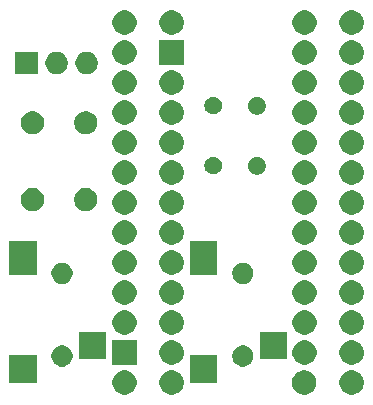
<source format=gbr>
G04 #@! TF.GenerationSoftware,KiCad,Pcbnew,(5.1.5-0-10_14)*
G04 #@! TF.CreationDate,2020-05-24T23:38:13-07:00*
G04 #@! TF.ProjectId,prost-pcb,70726f73-742d-4706-9362-2e6b69636164,0.1.0*
G04 #@! TF.SameCoordinates,Original*
G04 #@! TF.FileFunction,Soldermask,Bot*
G04 #@! TF.FilePolarity,Negative*
%FSLAX46Y46*%
G04 Gerber Fmt 4.6, Leading zero omitted, Abs format (unit mm)*
G04 Created by KiCad (PCBNEW (5.1.5-0-10_14)) date 2020-05-24 23:38:13*
%MOMM*%
%LPD*%
G04 APERTURE LIST*
%ADD10C,0.100000*%
G04 APERTURE END LIST*
D10*
G36*
X161923765Y-116238620D02*
G01*
X162113288Y-116317123D01*
X162283854Y-116431092D01*
X162428908Y-116576146D01*
X162542877Y-116746712D01*
X162621380Y-116936235D01*
X162661400Y-117137431D01*
X162661400Y-117342569D01*
X162621380Y-117543765D01*
X162542877Y-117733288D01*
X162428908Y-117903854D01*
X162283854Y-118048908D01*
X162113288Y-118162877D01*
X162113287Y-118162878D01*
X162113286Y-118162878D01*
X161923765Y-118241380D01*
X161722570Y-118281400D01*
X161517430Y-118281400D01*
X161316235Y-118241380D01*
X161126714Y-118162878D01*
X161126713Y-118162878D01*
X161126712Y-118162877D01*
X160956146Y-118048908D01*
X160811092Y-117903854D01*
X160697123Y-117733288D01*
X160618620Y-117543765D01*
X160578600Y-117342569D01*
X160578600Y-117137431D01*
X160618620Y-116936235D01*
X160697123Y-116746712D01*
X160811092Y-116576146D01*
X160956146Y-116431092D01*
X161126712Y-116317123D01*
X161316235Y-116238620D01*
X161517430Y-116198600D01*
X161722570Y-116198600D01*
X161923765Y-116238620D01*
G37*
G36*
X157903765Y-116238620D02*
G01*
X158093288Y-116317123D01*
X158263854Y-116431092D01*
X158408908Y-116576146D01*
X158522877Y-116746712D01*
X158601380Y-116936235D01*
X158641400Y-117137431D01*
X158641400Y-117342569D01*
X158601380Y-117543765D01*
X158522877Y-117733288D01*
X158408908Y-117903854D01*
X158263854Y-118048908D01*
X158093288Y-118162877D01*
X158093287Y-118162878D01*
X158093286Y-118162878D01*
X157903765Y-118241380D01*
X157702570Y-118281400D01*
X157497430Y-118281400D01*
X157296235Y-118241380D01*
X157106714Y-118162878D01*
X157106713Y-118162878D01*
X157106712Y-118162877D01*
X156936146Y-118048908D01*
X156791092Y-117903854D01*
X156677123Y-117733288D01*
X156598620Y-117543765D01*
X156558600Y-117342569D01*
X156558600Y-117137431D01*
X156598620Y-116936235D01*
X156677123Y-116746712D01*
X156791092Y-116576146D01*
X156936146Y-116431092D01*
X157106712Y-116317123D01*
X157296235Y-116238620D01*
X157497430Y-116198600D01*
X157702570Y-116198600D01*
X157903765Y-116238620D01*
G37*
G36*
X146683765Y-116238620D02*
G01*
X146873288Y-116317123D01*
X147043854Y-116431092D01*
X147188908Y-116576146D01*
X147302877Y-116746712D01*
X147381380Y-116936235D01*
X147421400Y-117137431D01*
X147421400Y-117342569D01*
X147381380Y-117543765D01*
X147302877Y-117733288D01*
X147188908Y-117903854D01*
X147043854Y-118048908D01*
X146873288Y-118162877D01*
X146873287Y-118162878D01*
X146873286Y-118162878D01*
X146683765Y-118241380D01*
X146482570Y-118281400D01*
X146277430Y-118281400D01*
X146076235Y-118241380D01*
X145886714Y-118162878D01*
X145886713Y-118162878D01*
X145886712Y-118162877D01*
X145716146Y-118048908D01*
X145571092Y-117903854D01*
X145457123Y-117733288D01*
X145378620Y-117543765D01*
X145338600Y-117342569D01*
X145338600Y-117137431D01*
X145378620Y-116936235D01*
X145457123Y-116746712D01*
X145571092Y-116576146D01*
X145716146Y-116431092D01*
X145886712Y-116317123D01*
X146076235Y-116238620D01*
X146277430Y-116198600D01*
X146482570Y-116198600D01*
X146683765Y-116238620D01*
G37*
G36*
X142683765Y-116238620D02*
G01*
X142873288Y-116317123D01*
X143043854Y-116431092D01*
X143188908Y-116576146D01*
X143302877Y-116746712D01*
X143381380Y-116936235D01*
X143421400Y-117137431D01*
X143421400Y-117342569D01*
X143381380Y-117543765D01*
X143302877Y-117733288D01*
X143188908Y-117903854D01*
X143043854Y-118048908D01*
X142873288Y-118162877D01*
X142873287Y-118162878D01*
X142873286Y-118162878D01*
X142683765Y-118241380D01*
X142482570Y-118281400D01*
X142277430Y-118281400D01*
X142076235Y-118241380D01*
X141886714Y-118162878D01*
X141886713Y-118162878D01*
X141886712Y-118162877D01*
X141716146Y-118048908D01*
X141571092Y-117903854D01*
X141457123Y-117733288D01*
X141378620Y-117543765D01*
X141338600Y-117342569D01*
X141338600Y-117137431D01*
X141378620Y-116936235D01*
X141457123Y-116746712D01*
X141571092Y-116576146D01*
X141716146Y-116431092D01*
X141886712Y-116317123D01*
X142076235Y-116238620D01*
X142277430Y-116198600D01*
X142482570Y-116198600D01*
X142683765Y-116238620D01*
G37*
G36*
X150250800Y-117250800D02*
G01*
X147949200Y-117250800D01*
X147949200Y-114949200D01*
X150250800Y-114949200D01*
X150250800Y-117250800D01*
G37*
G36*
X134950800Y-117250800D02*
G01*
X132649200Y-117250800D01*
X132649200Y-114949200D01*
X134950800Y-114949200D01*
X134950800Y-117250800D01*
G37*
G36*
X152546732Y-114110739D02*
G01*
X152662754Y-114133817D01*
X152826689Y-114201721D01*
X152974227Y-114300303D01*
X153099697Y-114425773D01*
X153198279Y-114573311D01*
X153266183Y-114737246D01*
X153300800Y-114911279D01*
X153300800Y-115088721D01*
X153266183Y-115262754D01*
X153198279Y-115426689D01*
X153099697Y-115574227D01*
X152974227Y-115699697D01*
X152826689Y-115798279D01*
X152662754Y-115866183D01*
X152546732Y-115889261D01*
X152488722Y-115900800D01*
X152311278Y-115900800D01*
X152253268Y-115889261D01*
X152137246Y-115866183D01*
X151973311Y-115798279D01*
X151825773Y-115699697D01*
X151700303Y-115574227D01*
X151601721Y-115426689D01*
X151533817Y-115262754D01*
X151499200Y-115088721D01*
X151499200Y-114911279D01*
X151533817Y-114737246D01*
X151601721Y-114573311D01*
X151700303Y-114425773D01*
X151825773Y-114300303D01*
X151973311Y-114201721D01*
X152137246Y-114133817D01*
X152253268Y-114110739D01*
X152311278Y-114099200D01*
X152488722Y-114099200D01*
X152546732Y-114110739D01*
G37*
G36*
X137246732Y-114110739D02*
G01*
X137362754Y-114133817D01*
X137526689Y-114201721D01*
X137674227Y-114300303D01*
X137799697Y-114425773D01*
X137898279Y-114573311D01*
X137966183Y-114737246D01*
X138000800Y-114911279D01*
X138000800Y-115088721D01*
X137966183Y-115262754D01*
X137898279Y-115426689D01*
X137799697Y-115574227D01*
X137674227Y-115699697D01*
X137526689Y-115798279D01*
X137362754Y-115866183D01*
X137246732Y-115889261D01*
X137188722Y-115900800D01*
X137011278Y-115900800D01*
X136953268Y-115889261D01*
X136837246Y-115866183D01*
X136673311Y-115798279D01*
X136525773Y-115699697D01*
X136400303Y-115574227D01*
X136301721Y-115426689D01*
X136233817Y-115262754D01*
X136199200Y-115088721D01*
X136199200Y-114911279D01*
X136233817Y-114737246D01*
X136301721Y-114573311D01*
X136400303Y-114425773D01*
X136525773Y-114300303D01*
X136673311Y-114201721D01*
X136837246Y-114133817D01*
X136953268Y-114110739D01*
X137011278Y-114099200D01*
X137188722Y-114099200D01*
X137246732Y-114110739D01*
G37*
G36*
X161923765Y-113698620D02*
G01*
X162113288Y-113777123D01*
X162283854Y-113891092D01*
X162428908Y-114036146D01*
X162428909Y-114036148D01*
X162542878Y-114206714D01*
X162621380Y-114396235D01*
X162661400Y-114597430D01*
X162661400Y-114802570D01*
X162632234Y-114949200D01*
X162621380Y-115003765D01*
X162542877Y-115193288D01*
X162428908Y-115363854D01*
X162283854Y-115508908D01*
X162113288Y-115622877D01*
X162113287Y-115622878D01*
X162113286Y-115622878D01*
X161923765Y-115701380D01*
X161722570Y-115741400D01*
X161517430Y-115741400D01*
X161316235Y-115701380D01*
X161126714Y-115622878D01*
X161126713Y-115622878D01*
X161126712Y-115622877D01*
X160956146Y-115508908D01*
X160811092Y-115363854D01*
X160697123Y-115193288D01*
X160618620Y-115003765D01*
X160607766Y-114949200D01*
X160578600Y-114802570D01*
X160578600Y-114597430D01*
X160618620Y-114396235D01*
X160697122Y-114206714D01*
X160811091Y-114036148D01*
X160811092Y-114036146D01*
X160956146Y-113891092D01*
X161126712Y-113777123D01*
X161316235Y-113698620D01*
X161517430Y-113658600D01*
X161722570Y-113658600D01*
X161923765Y-113698620D01*
G37*
G36*
X157923765Y-113698620D02*
G01*
X158113288Y-113777123D01*
X158283854Y-113891092D01*
X158428908Y-114036146D01*
X158428909Y-114036148D01*
X158542878Y-114206714D01*
X158621380Y-114396235D01*
X158661400Y-114597430D01*
X158661400Y-114802570D01*
X158632234Y-114949200D01*
X158621380Y-115003765D01*
X158542877Y-115193288D01*
X158428908Y-115363854D01*
X158283854Y-115508908D01*
X158113288Y-115622877D01*
X158113287Y-115622878D01*
X158113286Y-115622878D01*
X157923765Y-115701380D01*
X157722570Y-115741400D01*
X157517430Y-115741400D01*
X157316235Y-115701380D01*
X157126714Y-115622878D01*
X157126713Y-115622878D01*
X157126712Y-115622877D01*
X156956146Y-115508908D01*
X156811092Y-115363854D01*
X156697123Y-115193288D01*
X156618620Y-115003765D01*
X156607766Y-114949200D01*
X156578600Y-114802570D01*
X156578600Y-114597430D01*
X156618620Y-114396235D01*
X156697122Y-114206714D01*
X156811091Y-114036148D01*
X156811092Y-114036146D01*
X156956146Y-113891092D01*
X157126712Y-113777123D01*
X157316235Y-113698620D01*
X157517430Y-113658600D01*
X157722570Y-113658600D01*
X157923765Y-113698620D01*
G37*
G36*
X146683765Y-113698620D02*
G01*
X146873288Y-113777123D01*
X147043854Y-113891092D01*
X147188908Y-114036146D01*
X147188909Y-114036148D01*
X147302878Y-114206714D01*
X147381380Y-114396235D01*
X147421400Y-114597430D01*
X147421400Y-114802570D01*
X147392234Y-114949200D01*
X147381380Y-115003765D01*
X147302877Y-115193288D01*
X147188908Y-115363854D01*
X147043854Y-115508908D01*
X146873288Y-115622877D01*
X146873287Y-115622878D01*
X146873286Y-115622878D01*
X146683765Y-115701380D01*
X146482570Y-115741400D01*
X146277430Y-115741400D01*
X146076235Y-115701380D01*
X145886714Y-115622878D01*
X145886713Y-115622878D01*
X145886712Y-115622877D01*
X145716146Y-115508908D01*
X145571092Y-115363854D01*
X145457123Y-115193288D01*
X145378620Y-115003765D01*
X145367766Y-114949200D01*
X145338600Y-114802570D01*
X145338600Y-114597430D01*
X145378620Y-114396235D01*
X145457122Y-114206714D01*
X145571091Y-114036148D01*
X145571092Y-114036146D01*
X145716146Y-113891092D01*
X145886712Y-113777123D01*
X146076235Y-113698620D01*
X146277430Y-113658600D01*
X146482570Y-113658600D01*
X146683765Y-113698620D01*
G37*
G36*
X143421400Y-115741400D02*
G01*
X141338600Y-115741400D01*
X141338600Y-113658600D01*
X143421400Y-113658600D01*
X143421400Y-115741400D01*
G37*
G36*
X156150800Y-115250800D02*
G01*
X153849200Y-115250800D01*
X153849200Y-112949200D01*
X156150800Y-112949200D01*
X156150800Y-115250800D01*
G37*
G36*
X140850800Y-115250800D02*
G01*
X138549200Y-115250800D01*
X138549200Y-112949200D01*
X140850800Y-112949200D01*
X140850800Y-115250800D01*
G37*
G36*
X146683765Y-111158620D02*
G01*
X146873288Y-111237123D01*
X147043854Y-111351092D01*
X147188908Y-111496146D01*
X147302877Y-111666712D01*
X147381380Y-111856235D01*
X147421400Y-112057431D01*
X147421400Y-112262569D01*
X147381380Y-112463765D01*
X147302877Y-112653288D01*
X147188908Y-112823854D01*
X147043854Y-112968908D01*
X146873288Y-113082877D01*
X146873287Y-113082878D01*
X146873286Y-113082878D01*
X146683765Y-113161380D01*
X146482570Y-113201400D01*
X146277430Y-113201400D01*
X146076235Y-113161380D01*
X145886714Y-113082878D01*
X145886713Y-113082878D01*
X145886712Y-113082877D01*
X145716146Y-112968908D01*
X145571092Y-112823854D01*
X145457123Y-112653288D01*
X145378620Y-112463765D01*
X145338600Y-112262569D01*
X145338600Y-112057431D01*
X145378620Y-111856235D01*
X145457123Y-111666712D01*
X145571092Y-111496146D01*
X145716146Y-111351092D01*
X145886712Y-111237123D01*
X146076235Y-111158620D01*
X146277430Y-111118600D01*
X146482570Y-111118600D01*
X146683765Y-111158620D01*
G37*
G36*
X142683765Y-111158620D02*
G01*
X142873288Y-111237123D01*
X143043854Y-111351092D01*
X143188908Y-111496146D01*
X143302877Y-111666712D01*
X143381380Y-111856235D01*
X143421400Y-112057431D01*
X143421400Y-112262569D01*
X143381380Y-112463765D01*
X143302877Y-112653288D01*
X143188908Y-112823854D01*
X143043854Y-112968908D01*
X142873288Y-113082877D01*
X142873287Y-113082878D01*
X142873286Y-113082878D01*
X142683765Y-113161380D01*
X142482570Y-113201400D01*
X142277430Y-113201400D01*
X142076235Y-113161380D01*
X141886714Y-113082878D01*
X141886713Y-113082878D01*
X141886712Y-113082877D01*
X141716146Y-112968908D01*
X141571092Y-112823854D01*
X141457123Y-112653288D01*
X141378620Y-112463765D01*
X141338600Y-112262569D01*
X141338600Y-112057431D01*
X141378620Y-111856235D01*
X141457123Y-111666712D01*
X141571092Y-111496146D01*
X141716146Y-111351092D01*
X141886712Y-111237123D01*
X142076235Y-111158620D01*
X142277430Y-111118600D01*
X142482570Y-111118600D01*
X142683765Y-111158620D01*
G37*
G36*
X157923765Y-111158620D02*
G01*
X158113288Y-111237123D01*
X158283854Y-111351092D01*
X158428908Y-111496146D01*
X158542877Y-111666712D01*
X158621380Y-111856235D01*
X158661400Y-112057431D01*
X158661400Y-112262569D01*
X158621380Y-112463765D01*
X158542877Y-112653288D01*
X158428908Y-112823854D01*
X158283854Y-112968908D01*
X158113288Y-113082877D01*
X158113287Y-113082878D01*
X158113286Y-113082878D01*
X157923765Y-113161380D01*
X157722570Y-113201400D01*
X157517430Y-113201400D01*
X157316235Y-113161380D01*
X157126714Y-113082878D01*
X157126713Y-113082878D01*
X157126712Y-113082877D01*
X156956146Y-112968908D01*
X156811092Y-112823854D01*
X156697123Y-112653288D01*
X156618620Y-112463765D01*
X156578600Y-112262569D01*
X156578600Y-112057431D01*
X156618620Y-111856235D01*
X156697123Y-111666712D01*
X156811092Y-111496146D01*
X156956146Y-111351092D01*
X157126712Y-111237123D01*
X157316235Y-111158620D01*
X157517430Y-111118600D01*
X157722570Y-111118600D01*
X157923765Y-111158620D01*
G37*
G36*
X161923765Y-111158620D02*
G01*
X162113288Y-111237123D01*
X162283854Y-111351092D01*
X162428908Y-111496146D01*
X162542877Y-111666712D01*
X162621380Y-111856235D01*
X162661400Y-112057431D01*
X162661400Y-112262569D01*
X162621380Y-112463765D01*
X162542877Y-112653288D01*
X162428908Y-112823854D01*
X162283854Y-112968908D01*
X162113288Y-113082877D01*
X162113287Y-113082878D01*
X162113286Y-113082878D01*
X161923765Y-113161380D01*
X161722570Y-113201400D01*
X161517430Y-113201400D01*
X161316235Y-113161380D01*
X161126714Y-113082878D01*
X161126713Y-113082878D01*
X161126712Y-113082877D01*
X160956146Y-112968908D01*
X160811092Y-112823854D01*
X160697123Y-112653288D01*
X160618620Y-112463765D01*
X160578600Y-112262569D01*
X160578600Y-112057431D01*
X160618620Y-111856235D01*
X160697123Y-111666712D01*
X160811092Y-111496146D01*
X160956146Y-111351092D01*
X161126712Y-111237123D01*
X161316235Y-111158620D01*
X161517430Y-111118600D01*
X161722570Y-111118600D01*
X161923765Y-111158620D01*
G37*
G36*
X142683765Y-108618620D02*
G01*
X142873288Y-108697123D01*
X143043854Y-108811092D01*
X143188908Y-108956146D01*
X143302877Y-109126712D01*
X143381380Y-109316235D01*
X143421400Y-109517431D01*
X143421400Y-109722569D01*
X143381380Y-109923765D01*
X143302877Y-110113288D01*
X143188908Y-110283854D01*
X143043854Y-110428908D01*
X142873288Y-110542877D01*
X142873287Y-110542878D01*
X142873286Y-110542878D01*
X142683765Y-110621380D01*
X142482570Y-110661400D01*
X142277430Y-110661400D01*
X142076235Y-110621380D01*
X141886714Y-110542878D01*
X141886713Y-110542878D01*
X141886712Y-110542877D01*
X141716146Y-110428908D01*
X141571092Y-110283854D01*
X141457123Y-110113288D01*
X141378620Y-109923765D01*
X141338600Y-109722569D01*
X141338600Y-109517431D01*
X141378620Y-109316235D01*
X141457123Y-109126712D01*
X141571092Y-108956146D01*
X141716146Y-108811092D01*
X141886712Y-108697123D01*
X142076235Y-108618620D01*
X142277430Y-108578600D01*
X142482570Y-108578600D01*
X142683765Y-108618620D01*
G37*
G36*
X161923765Y-108618620D02*
G01*
X162113288Y-108697123D01*
X162283854Y-108811092D01*
X162428908Y-108956146D01*
X162542877Y-109126712D01*
X162621380Y-109316235D01*
X162661400Y-109517431D01*
X162661400Y-109722569D01*
X162621380Y-109923765D01*
X162542877Y-110113288D01*
X162428908Y-110283854D01*
X162283854Y-110428908D01*
X162113288Y-110542877D01*
X162113287Y-110542878D01*
X162113286Y-110542878D01*
X161923765Y-110621380D01*
X161722570Y-110661400D01*
X161517430Y-110661400D01*
X161316235Y-110621380D01*
X161126714Y-110542878D01*
X161126713Y-110542878D01*
X161126712Y-110542877D01*
X160956146Y-110428908D01*
X160811092Y-110283854D01*
X160697123Y-110113288D01*
X160618620Y-109923765D01*
X160578600Y-109722569D01*
X160578600Y-109517431D01*
X160618620Y-109316235D01*
X160697123Y-109126712D01*
X160811092Y-108956146D01*
X160956146Y-108811092D01*
X161126712Y-108697123D01*
X161316235Y-108618620D01*
X161517430Y-108578600D01*
X161722570Y-108578600D01*
X161923765Y-108618620D01*
G37*
G36*
X157923765Y-108618620D02*
G01*
X158113288Y-108697123D01*
X158283854Y-108811092D01*
X158428908Y-108956146D01*
X158542877Y-109126712D01*
X158621380Y-109316235D01*
X158661400Y-109517431D01*
X158661400Y-109722569D01*
X158621380Y-109923765D01*
X158542877Y-110113288D01*
X158428908Y-110283854D01*
X158283854Y-110428908D01*
X158113288Y-110542877D01*
X158113287Y-110542878D01*
X158113286Y-110542878D01*
X157923765Y-110621380D01*
X157722570Y-110661400D01*
X157517430Y-110661400D01*
X157316235Y-110621380D01*
X157126714Y-110542878D01*
X157126713Y-110542878D01*
X157126712Y-110542877D01*
X156956146Y-110428908D01*
X156811092Y-110283854D01*
X156697123Y-110113288D01*
X156618620Y-109923765D01*
X156578600Y-109722569D01*
X156578600Y-109517431D01*
X156618620Y-109316235D01*
X156697123Y-109126712D01*
X156811092Y-108956146D01*
X156956146Y-108811092D01*
X157126712Y-108697123D01*
X157316235Y-108618620D01*
X157517430Y-108578600D01*
X157722570Y-108578600D01*
X157923765Y-108618620D01*
G37*
G36*
X146683765Y-108618620D02*
G01*
X146873288Y-108697123D01*
X147043854Y-108811092D01*
X147188908Y-108956146D01*
X147302877Y-109126712D01*
X147381380Y-109316235D01*
X147421400Y-109517431D01*
X147421400Y-109722569D01*
X147381380Y-109923765D01*
X147302877Y-110113288D01*
X147188908Y-110283854D01*
X147043854Y-110428908D01*
X146873288Y-110542877D01*
X146873287Y-110542878D01*
X146873286Y-110542878D01*
X146683765Y-110621380D01*
X146482570Y-110661400D01*
X146277430Y-110661400D01*
X146076235Y-110621380D01*
X145886714Y-110542878D01*
X145886713Y-110542878D01*
X145886712Y-110542877D01*
X145716146Y-110428908D01*
X145571092Y-110283854D01*
X145457123Y-110113288D01*
X145378620Y-109923765D01*
X145338600Y-109722569D01*
X145338600Y-109517431D01*
X145378620Y-109316235D01*
X145457123Y-109126712D01*
X145571092Y-108956146D01*
X145716146Y-108811092D01*
X145886712Y-108697123D01*
X146076235Y-108618620D01*
X146277430Y-108578600D01*
X146482570Y-108578600D01*
X146683765Y-108618620D01*
G37*
G36*
X137246732Y-107110739D02*
G01*
X137362754Y-107133817D01*
X137526689Y-107201721D01*
X137674227Y-107300303D01*
X137799697Y-107425773D01*
X137898279Y-107573311D01*
X137966183Y-107737246D01*
X138000800Y-107911279D01*
X138000800Y-108088721D01*
X137966183Y-108262754D01*
X137898279Y-108426689D01*
X137799697Y-108574227D01*
X137674227Y-108699697D01*
X137526689Y-108798279D01*
X137362754Y-108866183D01*
X137246732Y-108889261D01*
X137188722Y-108900800D01*
X137011278Y-108900800D01*
X136953268Y-108889261D01*
X136837246Y-108866183D01*
X136673311Y-108798279D01*
X136525773Y-108699697D01*
X136400303Y-108574227D01*
X136301721Y-108426689D01*
X136233817Y-108262754D01*
X136199200Y-108088721D01*
X136199200Y-107911279D01*
X136233817Y-107737246D01*
X136301721Y-107573311D01*
X136400303Y-107425773D01*
X136525773Y-107300303D01*
X136673311Y-107201721D01*
X136837246Y-107133817D01*
X136953268Y-107110739D01*
X137011278Y-107099200D01*
X137188722Y-107099200D01*
X137246732Y-107110739D01*
G37*
G36*
X152546732Y-107110739D02*
G01*
X152662754Y-107133817D01*
X152826689Y-107201721D01*
X152974227Y-107300303D01*
X153099697Y-107425773D01*
X153198279Y-107573311D01*
X153266183Y-107737246D01*
X153300800Y-107911279D01*
X153300800Y-108088721D01*
X153266183Y-108262754D01*
X153198279Y-108426689D01*
X153099697Y-108574227D01*
X152974227Y-108699697D01*
X152826689Y-108798279D01*
X152662754Y-108866183D01*
X152546732Y-108889261D01*
X152488722Y-108900800D01*
X152311278Y-108900800D01*
X152253268Y-108889261D01*
X152137246Y-108866183D01*
X151973311Y-108798279D01*
X151825773Y-108699697D01*
X151700303Y-108574227D01*
X151601721Y-108426689D01*
X151533817Y-108262754D01*
X151499200Y-108088721D01*
X151499200Y-107911279D01*
X151533817Y-107737246D01*
X151601721Y-107573311D01*
X151700303Y-107425773D01*
X151825773Y-107300303D01*
X151973311Y-107201721D01*
X152137246Y-107133817D01*
X152253268Y-107110739D01*
X152311278Y-107099200D01*
X152488722Y-107099200D01*
X152546732Y-107110739D01*
G37*
G36*
X150250800Y-108150800D02*
G01*
X147949200Y-108150800D01*
X147949200Y-105249200D01*
X150250800Y-105249200D01*
X150250800Y-108150800D01*
G37*
G36*
X134950800Y-108150800D02*
G01*
X132649200Y-108150800D01*
X132649200Y-105249200D01*
X134950800Y-105249200D01*
X134950800Y-108150800D01*
G37*
G36*
X142683765Y-106078620D02*
G01*
X142873288Y-106157123D01*
X143043854Y-106271092D01*
X143188908Y-106416146D01*
X143188909Y-106416148D01*
X143302878Y-106586714D01*
X143381380Y-106776235D01*
X143421400Y-106977430D01*
X143421400Y-107182570D01*
X143381380Y-107383765D01*
X143302877Y-107573288D01*
X143188908Y-107743854D01*
X143043854Y-107888908D01*
X142873288Y-108002877D01*
X142873287Y-108002878D01*
X142873286Y-108002878D01*
X142683765Y-108081380D01*
X142482570Y-108121400D01*
X142277430Y-108121400D01*
X142076235Y-108081380D01*
X141886714Y-108002878D01*
X141886713Y-108002878D01*
X141886712Y-108002877D01*
X141716146Y-107888908D01*
X141571092Y-107743854D01*
X141457123Y-107573288D01*
X141378620Y-107383765D01*
X141338600Y-107182570D01*
X141338600Y-106977430D01*
X141378620Y-106776235D01*
X141457122Y-106586714D01*
X141571091Y-106416148D01*
X141571092Y-106416146D01*
X141716146Y-106271092D01*
X141886712Y-106157123D01*
X142076235Y-106078620D01*
X142277430Y-106038600D01*
X142482570Y-106038600D01*
X142683765Y-106078620D01*
G37*
G36*
X161923765Y-106078620D02*
G01*
X162113288Y-106157123D01*
X162283854Y-106271092D01*
X162428908Y-106416146D01*
X162428909Y-106416148D01*
X162542878Y-106586714D01*
X162621380Y-106776235D01*
X162661400Y-106977430D01*
X162661400Y-107182570D01*
X162621380Y-107383765D01*
X162542877Y-107573288D01*
X162428908Y-107743854D01*
X162283854Y-107888908D01*
X162113288Y-108002877D01*
X162113287Y-108002878D01*
X162113286Y-108002878D01*
X161923765Y-108081380D01*
X161722570Y-108121400D01*
X161517430Y-108121400D01*
X161316235Y-108081380D01*
X161126714Y-108002878D01*
X161126713Y-108002878D01*
X161126712Y-108002877D01*
X160956146Y-107888908D01*
X160811092Y-107743854D01*
X160697123Y-107573288D01*
X160618620Y-107383765D01*
X160578600Y-107182570D01*
X160578600Y-106977430D01*
X160618620Y-106776235D01*
X160697122Y-106586714D01*
X160811091Y-106416148D01*
X160811092Y-106416146D01*
X160956146Y-106271092D01*
X161126712Y-106157123D01*
X161316235Y-106078620D01*
X161517430Y-106038600D01*
X161722570Y-106038600D01*
X161923765Y-106078620D01*
G37*
G36*
X157923765Y-106078620D02*
G01*
X158113288Y-106157123D01*
X158283854Y-106271092D01*
X158428908Y-106416146D01*
X158428909Y-106416148D01*
X158542878Y-106586714D01*
X158621380Y-106776235D01*
X158661400Y-106977430D01*
X158661400Y-107182570D01*
X158621380Y-107383765D01*
X158542877Y-107573288D01*
X158428908Y-107743854D01*
X158283854Y-107888908D01*
X158113288Y-108002877D01*
X158113287Y-108002878D01*
X158113286Y-108002878D01*
X157923765Y-108081380D01*
X157722570Y-108121400D01*
X157517430Y-108121400D01*
X157316235Y-108081380D01*
X157126714Y-108002878D01*
X157126713Y-108002878D01*
X157126712Y-108002877D01*
X156956146Y-107888908D01*
X156811092Y-107743854D01*
X156697123Y-107573288D01*
X156618620Y-107383765D01*
X156578600Y-107182570D01*
X156578600Y-106977430D01*
X156618620Y-106776235D01*
X156697122Y-106586714D01*
X156811091Y-106416148D01*
X156811092Y-106416146D01*
X156956146Y-106271092D01*
X157126712Y-106157123D01*
X157316235Y-106078620D01*
X157517430Y-106038600D01*
X157722570Y-106038600D01*
X157923765Y-106078620D01*
G37*
G36*
X146683765Y-106078620D02*
G01*
X146873288Y-106157123D01*
X147043854Y-106271092D01*
X147188908Y-106416146D01*
X147188909Y-106416148D01*
X147302878Y-106586714D01*
X147381380Y-106776235D01*
X147421400Y-106977430D01*
X147421400Y-107182570D01*
X147381380Y-107383765D01*
X147302877Y-107573288D01*
X147188908Y-107743854D01*
X147043854Y-107888908D01*
X146873288Y-108002877D01*
X146873287Y-108002878D01*
X146873286Y-108002878D01*
X146683765Y-108081380D01*
X146482570Y-108121400D01*
X146277430Y-108121400D01*
X146076235Y-108081380D01*
X145886714Y-108002878D01*
X145886713Y-108002878D01*
X145886712Y-108002877D01*
X145716146Y-107888908D01*
X145571092Y-107743854D01*
X145457123Y-107573288D01*
X145378620Y-107383765D01*
X145338600Y-107182570D01*
X145338600Y-106977430D01*
X145378620Y-106776235D01*
X145457122Y-106586714D01*
X145571091Y-106416148D01*
X145571092Y-106416146D01*
X145716146Y-106271092D01*
X145886712Y-106157123D01*
X146076235Y-106078620D01*
X146277430Y-106038600D01*
X146482570Y-106038600D01*
X146683765Y-106078620D01*
G37*
G36*
X161923765Y-103538620D02*
G01*
X162113288Y-103617123D01*
X162283854Y-103731092D01*
X162428908Y-103876146D01*
X162542877Y-104046712D01*
X162621380Y-104236235D01*
X162661400Y-104437431D01*
X162661400Y-104642569D01*
X162621380Y-104843765D01*
X162542877Y-105033288D01*
X162428908Y-105203854D01*
X162283854Y-105348908D01*
X162113288Y-105462877D01*
X162113287Y-105462878D01*
X162113286Y-105462878D01*
X161923765Y-105541380D01*
X161722570Y-105581400D01*
X161517430Y-105581400D01*
X161316235Y-105541380D01*
X161126714Y-105462878D01*
X161126713Y-105462878D01*
X161126712Y-105462877D01*
X160956146Y-105348908D01*
X160811092Y-105203854D01*
X160697123Y-105033288D01*
X160618620Y-104843765D01*
X160578600Y-104642569D01*
X160578600Y-104437431D01*
X160618620Y-104236235D01*
X160697123Y-104046712D01*
X160811092Y-103876146D01*
X160956146Y-103731092D01*
X161126712Y-103617123D01*
X161316235Y-103538620D01*
X161517430Y-103498600D01*
X161722570Y-103498600D01*
X161923765Y-103538620D01*
G37*
G36*
X142683765Y-103538620D02*
G01*
X142873288Y-103617123D01*
X143043854Y-103731092D01*
X143188908Y-103876146D01*
X143302877Y-104046712D01*
X143381380Y-104236235D01*
X143421400Y-104437431D01*
X143421400Y-104642569D01*
X143381380Y-104843765D01*
X143302877Y-105033288D01*
X143188908Y-105203854D01*
X143043854Y-105348908D01*
X142873288Y-105462877D01*
X142873287Y-105462878D01*
X142873286Y-105462878D01*
X142683765Y-105541380D01*
X142482570Y-105581400D01*
X142277430Y-105581400D01*
X142076235Y-105541380D01*
X141886714Y-105462878D01*
X141886713Y-105462878D01*
X141886712Y-105462877D01*
X141716146Y-105348908D01*
X141571092Y-105203854D01*
X141457123Y-105033288D01*
X141378620Y-104843765D01*
X141338600Y-104642569D01*
X141338600Y-104437431D01*
X141378620Y-104236235D01*
X141457123Y-104046712D01*
X141571092Y-103876146D01*
X141716146Y-103731092D01*
X141886712Y-103617123D01*
X142076235Y-103538620D01*
X142277430Y-103498600D01*
X142482570Y-103498600D01*
X142683765Y-103538620D01*
G37*
G36*
X157923765Y-103538620D02*
G01*
X158113288Y-103617123D01*
X158283854Y-103731092D01*
X158428908Y-103876146D01*
X158542877Y-104046712D01*
X158621380Y-104236235D01*
X158661400Y-104437431D01*
X158661400Y-104642569D01*
X158621380Y-104843765D01*
X158542877Y-105033288D01*
X158428908Y-105203854D01*
X158283854Y-105348908D01*
X158113288Y-105462877D01*
X158113287Y-105462878D01*
X158113286Y-105462878D01*
X157923765Y-105541380D01*
X157722570Y-105581400D01*
X157517430Y-105581400D01*
X157316235Y-105541380D01*
X157126714Y-105462878D01*
X157126713Y-105462878D01*
X157126712Y-105462877D01*
X156956146Y-105348908D01*
X156811092Y-105203854D01*
X156697123Y-105033288D01*
X156618620Y-104843765D01*
X156578600Y-104642569D01*
X156578600Y-104437431D01*
X156618620Y-104236235D01*
X156697123Y-104046712D01*
X156811092Y-103876146D01*
X156956146Y-103731092D01*
X157126712Y-103617123D01*
X157316235Y-103538620D01*
X157517430Y-103498600D01*
X157722570Y-103498600D01*
X157923765Y-103538620D01*
G37*
G36*
X146683765Y-103538620D02*
G01*
X146873288Y-103617123D01*
X147043854Y-103731092D01*
X147188908Y-103876146D01*
X147302877Y-104046712D01*
X147381380Y-104236235D01*
X147421400Y-104437431D01*
X147421400Y-104642569D01*
X147381380Y-104843765D01*
X147302877Y-105033288D01*
X147188908Y-105203854D01*
X147043854Y-105348908D01*
X146873288Y-105462877D01*
X146873287Y-105462878D01*
X146873286Y-105462878D01*
X146683765Y-105541380D01*
X146482570Y-105581400D01*
X146277430Y-105581400D01*
X146076235Y-105541380D01*
X145886714Y-105462878D01*
X145886713Y-105462878D01*
X145886712Y-105462877D01*
X145716146Y-105348908D01*
X145571092Y-105203854D01*
X145457123Y-105033288D01*
X145378620Y-104843765D01*
X145338600Y-104642569D01*
X145338600Y-104437431D01*
X145378620Y-104236235D01*
X145457123Y-104046712D01*
X145571092Y-103876146D01*
X145716146Y-103731092D01*
X145886712Y-103617123D01*
X146076235Y-103538620D01*
X146277430Y-103498600D01*
X146482570Y-103498600D01*
X146683765Y-103538620D01*
G37*
G36*
X161887593Y-100991425D02*
G01*
X161923765Y-100998620D01*
X162113288Y-101077123D01*
X162283854Y-101191092D01*
X162428908Y-101336146D01*
X162542877Y-101506712D01*
X162621380Y-101696235D01*
X162661400Y-101897431D01*
X162661400Y-102102569D01*
X162621380Y-102303765D01*
X162542877Y-102493288D01*
X162428908Y-102663854D01*
X162283854Y-102808908D01*
X162113288Y-102922877D01*
X162113287Y-102922878D01*
X162113286Y-102922878D01*
X161923765Y-103001380D01*
X161722570Y-103041400D01*
X161517430Y-103041400D01*
X161316235Y-103001380D01*
X161126714Y-102922878D01*
X161126713Y-102922878D01*
X161126712Y-102922877D01*
X160956146Y-102808908D01*
X160811092Y-102663854D01*
X160697123Y-102493288D01*
X160618620Y-102303765D01*
X160578600Y-102102569D01*
X160578600Y-101897431D01*
X160618620Y-101696235D01*
X160697123Y-101506712D01*
X160811092Y-101336146D01*
X160956146Y-101191092D01*
X161126712Y-101077123D01*
X161316235Y-100998620D01*
X161352407Y-100991425D01*
X161517430Y-100958600D01*
X161722570Y-100958600D01*
X161887593Y-100991425D01*
G37*
G36*
X157887593Y-100991425D02*
G01*
X157923765Y-100998620D01*
X158113288Y-101077123D01*
X158283854Y-101191092D01*
X158428908Y-101336146D01*
X158542877Y-101506712D01*
X158621380Y-101696235D01*
X158661400Y-101897431D01*
X158661400Y-102102569D01*
X158621380Y-102303765D01*
X158542877Y-102493288D01*
X158428908Y-102663854D01*
X158283854Y-102808908D01*
X158113288Y-102922877D01*
X158113287Y-102922878D01*
X158113286Y-102922878D01*
X157923765Y-103001380D01*
X157722570Y-103041400D01*
X157517430Y-103041400D01*
X157316235Y-103001380D01*
X157126714Y-102922878D01*
X157126713Y-102922878D01*
X157126712Y-102922877D01*
X156956146Y-102808908D01*
X156811092Y-102663854D01*
X156697123Y-102493288D01*
X156618620Y-102303765D01*
X156578600Y-102102569D01*
X156578600Y-101897431D01*
X156618620Y-101696235D01*
X156697123Y-101506712D01*
X156811092Y-101336146D01*
X156956146Y-101191092D01*
X157126712Y-101077123D01*
X157316235Y-100998620D01*
X157352407Y-100991425D01*
X157517430Y-100958600D01*
X157722570Y-100958600D01*
X157887593Y-100991425D01*
G37*
G36*
X146647593Y-100991425D02*
G01*
X146683765Y-100998620D01*
X146873288Y-101077123D01*
X147043854Y-101191092D01*
X147188908Y-101336146D01*
X147302877Y-101506712D01*
X147381380Y-101696235D01*
X147421400Y-101897431D01*
X147421400Y-102102569D01*
X147381380Y-102303765D01*
X147302877Y-102493288D01*
X147188908Y-102663854D01*
X147043854Y-102808908D01*
X146873288Y-102922877D01*
X146873287Y-102922878D01*
X146873286Y-102922878D01*
X146683765Y-103001380D01*
X146482570Y-103041400D01*
X146277430Y-103041400D01*
X146076235Y-103001380D01*
X145886714Y-102922878D01*
X145886713Y-102922878D01*
X145886712Y-102922877D01*
X145716146Y-102808908D01*
X145571092Y-102663854D01*
X145457123Y-102493288D01*
X145378620Y-102303765D01*
X145338600Y-102102569D01*
X145338600Y-101897431D01*
X145378620Y-101696235D01*
X145457123Y-101506712D01*
X145571092Y-101336146D01*
X145716146Y-101191092D01*
X145886712Y-101077123D01*
X146076235Y-100998620D01*
X146112407Y-100991425D01*
X146277430Y-100958600D01*
X146482570Y-100958600D01*
X146647593Y-100991425D01*
G37*
G36*
X142647593Y-100991425D02*
G01*
X142683765Y-100998620D01*
X142873288Y-101077123D01*
X143043854Y-101191092D01*
X143188908Y-101336146D01*
X143302877Y-101506712D01*
X143381380Y-101696235D01*
X143421400Y-101897431D01*
X143421400Y-102102569D01*
X143381380Y-102303765D01*
X143302877Y-102493288D01*
X143188908Y-102663854D01*
X143043854Y-102808908D01*
X142873288Y-102922877D01*
X142873287Y-102922878D01*
X142873286Y-102922878D01*
X142683765Y-103001380D01*
X142482570Y-103041400D01*
X142277430Y-103041400D01*
X142076235Y-103001380D01*
X141886714Y-102922878D01*
X141886713Y-102922878D01*
X141886712Y-102922877D01*
X141716146Y-102808908D01*
X141571092Y-102663854D01*
X141457123Y-102493288D01*
X141378620Y-102303765D01*
X141338600Y-102102569D01*
X141338600Y-101897431D01*
X141378620Y-101696235D01*
X141457123Y-101506712D01*
X141571092Y-101336146D01*
X141716146Y-101191092D01*
X141886712Y-101077123D01*
X142076235Y-100998620D01*
X142112407Y-100991425D01*
X142277430Y-100958600D01*
X142482570Y-100958600D01*
X142647593Y-100991425D01*
G37*
G36*
X139384863Y-100810930D02*
G01*
X139562592Y-100884548D01*
X139722545Y-100991425D01*
X139858575Y-101127455D01*
X139965452Y-101287408D01*
X140039070Y-101465137D01*
X140076600Y-101653812D01*
X140076600Y-101846188D01*
X140039070Y-102034863D01*
X139965452Y-102212592D01*
X139858575Y-102372545D01*
X139722545Y-102508575D01*
X139562592Y-102615452D01*
X139384863Y-102689070D01*
X139196188Y-102726600D01*
X139003812Y-102726600D01*
X138815137Y-102689070D01*
X138637408Y-102615452D01*
X138477455Y-102508575D01*
X138341425Y-102372545D01*
X138234548Y-102212592D01*
X138160930Y-102034863D01*
X138123400Y-101846188D01*
X138123400Y-101653812D01*
X138160930Y-101465137D01*
X138234548Y-101287408D01*
X138341425Y-101127455D01*
X138477455Y-100991425D01*
X138637408Y-100884548D01*
X138815137Y-100810930D01*
X139003812Y-100773400D01*
X139196188Y-100773400D01*
X139384863Y-100810930D01*
G37*
G36*
X134884863Y-100810930D02*
G01*
X135062592Y-100884548D01*
X135222545Y-100991425D01*
X135358575Y-101127455D01*
X135465452Y-101287408D01*
X135539070Y-101465137D01*
X135576600Y-101653812D01*
X135576600Y-101846188D01*
X135539070Y-102034863D01*
X135465452Y-102212592D01*
X135358575Y-102372545D01*
X135222545Y-102508575D01*
X135062592Y-102615452D01*
X134884863Y-102689070D01*
X134696188Y-102726600D01*
X134503812Y-102726600D01*
X134315137Y-102689070D01*
X134137408Y-102615452D01*
X133977455Y-102508575D01*
X133841425Y-102372545D01*
X133734548Y-102212592D01*
X133660930Y-102034863D01*
X133623400Y-101846188D01*
X133623400Y-101653812D01*
X133660930Y-101465137D01*
X133734548Y-101287408D01*
X133841425Y-101127455D01*
X133977455Y-100991425D01*
X134137408Y-100884548D01*
X134315137Y-100810930D01*
X134503812Y-100773400D01*
X134696188Y-100773400D01*
X134884863Y-100810930D01*
G37*
G36*
X157736621Y-98421395D02*
G01*
X157923765Y-98458620D01*
X158113288Y-98537123D01*
X158283854Y-98651092D01*
X158428908Y-98796146D01*
X158534349Y-98953949D01*
X158542878Y-98966714D01*
X158605956Y-99118999D01*
X158621380Y-99156235D01*
X158661400Y-99357431D01*
X158661400Y-99562569D01*
X158621380Y-99763765D01*
X158542877Y-99953288D01*
X158428908Y-100123854D01*
X158283854Y-100268908D01*
X158113288Y-100382877D01*
X158113287Y-100382878D01*
X158113286Y-100382878D01*
X157923765Y-100461380D01*
X157722570Y-100501400D01*
X157517430Y-100501400D01*
X157316235Y-100461380D01*
X157126714Y-100382878D01*
X157126713Y-100382878D01*
X157126712Y-100382877D01*
X156956146Y-100268908D01*
X156811092Y-100123854D01*
X156697123Y-99953288D01*
X156618620Y-99763765D01*
X156578600Y-99562569D01*
X156578600Y-99357431D01*
X156618620Y-99156235D01*
X156634044Y-99118999D01*
X156697122Y-98966714D01*
X156705651Y-98953949D01*
X156811092Y-98796146D01*
X156956146Y-98651092D01*
X157126712Y-98537123D01*
X157316235Y-98458620D01*
X157503379Y-98421395D01*
X157517430Y-98418600D01*
X157722570Y-98418600D01*
X157736621Y-98421395D01*
G37*
G36*
X161736621Y-98421395D02*
G01*
X161923765Y-98458620D01*
X162113288Y-98537123D01*
X162283854Y-98651092D01*
X162428908Y-98796146D01*
X162534349Y-98953949D01*
X162542878Y-98966714D01*
X162605956Y-99118999D01*
X162621380Y-99156235D01*
X162661400Y-99357431D01*
X162661400Y-99562569D01*
X162621380Y-99763765D01*
X162542877Y-99953288D01*
X162428908Y-100123854D01*
X162283854Y-100268908D01*
X162113288Y-100382877D01*
X162113287Y-100382878D01*
X162113286Y-100382878D01*
X161923765Y-100461380D01*
X161722570Y-100501400D01*
X161517430Y-100501400D01*
X161316235Y-100461380D01*
X161126714Y-100382878D01*
X161126713Y-100382878D01*
X161126712Y-100382877D01*
X160956146Y-100268908D01*
X160811092Y-100123854D01*
X160697123Y-99953288D01*
X160618620Y-99763765D01*
X160578600Y-99562569D01*
X160578600Y-99357431D01*
X160618620Y-99156235D01*
X160634044Y-99118999D01*
X160697122Y-98966714D01*
X160705651Y-98953949D01*
X160811092Y-98796146D01*
X160956146Y-98651092D01*
X161126712Y-98537123D01*
X161316235Y-98458620D01*
X161503379Y-98421395D01*
X161517430Y-98418600D01*
X161722570Y-98418600D01*
X161736621Y-98421395D01*
G37*
G36*
X142496621Y-98421395D02*
G01*
X142683765Y-98458620D01*
X142873288Y-98537123D01*
X143043854Y-98651092D01*
X143188908Y-98796146D01*
X143294349Y-98953949D01*
X143302878Y-98966714D01*
X143365956Y-99118999D01*
X143381380Y-99156235D01*
X143421400Y-99357431D01*
X143421400Y-99562569D01*
X143381380Y-99763765D01*
X143302877Y-99953288D01*
X143188908Y-100123854D01*
X143043854Y-100268908D01*
X142873288Y-100382877D01*
X142873287Y-100382878D01*
X142873286Y-100382878D01*
X142683765Y-100461380D01*
X142482570Y-100501400D01*
X142277430Y-100501400D01*
X142076235Y-100461380D01*
X141886714Y-100382878D01*
X141886713Y-100382878D01*
X141886712Y-100382877D01*
X141716146Y-100268908D01*
X141571092Y-100123854D01*
X141457123Y-99953288D01*
X141378620Y-99763765D01*
X141338600Y-99562569D01*
X141338600Y-99357431D01*
X141378620Y-99156235D01*
X141394044Y-99118999D01*
X141457122Y-98966714D01*
X141465651Y-98953949D01*
X141571092Y-98796146D01*
X141716146Y-98651092D01*
X141886712Y-98537123D01*
X142076235Y-98458620D01*
X142263379Y-98421395D01*
X142277430Y-98418600D01*
X142482570Y-98418600D01*
X142496621Y-98421395D01*
G37*
G36*
X146496621Y-98421395D02*
G01*
X146683765Y-98458620D01*
X146873288Y-98537123D01*
X147043854Y-98651092D01*
X147188908Y-98796146D01*
X147294349Y-98953949D01*
X147302878Y-98966714D01*
X147365956Y-99118999D01*
X147381380Y-99156235D01*
X147421400Y-99357431D01*
X147421400Y-99562569D01*
X147381380Y-99763765D01*
X147302877Y-99953288D01*
X147188908Y-100123854D01*
X147043854Y-100268908D01*
X146873288Y-100382877D01*
X146873287Y-100382878D01*
X146873286Y-100382878D01*
X146683765Y-100461380D01*
X146482570Y-100501400D01*
X146277430Y-100501400D01*
X146076235Y-100461380D01*
X145886714Y-100382878D01*
X145886713Y-100382878D01*
X145886712Y-100382877D01*
X145716146Y-100268908D01*
X145571092Y-100123854D01*
X145457123Y-99953288D01*
X145378620Y-99763765D01*
X145338600Y-99562569D01*
X145338600Y-99357431D01*
X145378620Y-99156235D01*
X145394044Y-99118999D01*
X145457122Y-98966714D01*
X145465651Y-98953949D01*
X145571092Y-98796146D01*
X145716146Y-98651092D01*
X145886712Y-98537123D01*
X146076235Y-98458620D01*
X146263379Y-98421395D01*
X146277430Y-98418600D01*
X146482570Y-98418600D01*
X146496621Y-98421395D01*
G37*
G36*
X153818999Y-98178052D02*
G01*
X153955639Y-98234650D01*
X154078605Y-98316813D01*
X154183187Y-98421395D01*
X154265350Y-98544361D01*
X154321948Y-98681001D01*
X154350800Y-98826051D01*
X154350800Y-98973949D01*
X154321948Y-99118999D01*
X154265350Y-99255639D01*
X154183187Y-99378605D01*
X154078605Y-99483187D01*
X153955639Y-99565350D01*
X153818999Y-99621948D01*
X153673949Y-99650800D01*
X153526051Y-99650800D01*
X153381001Y-99621948D01*
X153244361Y-99565350D01*
X153121395Y-99483187D01*
X153016813Y-99378605D01*
X152934650Y-99255639D01*
X152878052Y-99118999D01*
X152849200Y-98973949D01*
X152849200Y-98826051D01*
X152878052Y-98681001D01*
X152934650Y-98544361D01*
X153016813Y-98421395D01*
X153121395Y-98316813D01*
X153244361Y-98234650D01*
X153381001Y-98178052D01*
X153526051Y-98149200D01*
X153673949Y-98149200D01*
X153818999Y-98178052D01*
G37*
G36*
X150118999Y-98158052D02*
G01*
X150255639Y-98214650D01*
X150378605Y-98296813D01*
X150483187Y-98401395D01*
X150565350Y-98524361D01*
X150621948Y-98661001D01*
X150650800Y-98806051D01*
X150650800Y-98953949D01*
X150621948Y-99098999D01*
X150565350Y-99235639D01*
X150483187Y-99358605D01*
X150378605Y-99463187D01*
X150255639Y-99545350D01*
X150118999Y-99601948D01*
X149973949Y-99630800D01*
X149826051Y-99630800D01*
X149681001Y-99601948D01*
X149544361Y-99545350D01*
X149421395Y-99463187D01*
X149316813Y-99358605D01*
X149234650Y-99235639D01*
X149178052Y-99098999D01*
X149149200Y-98953949D01*
X149149200Y-98806051D01*
X149178052Y-98661001D01*
X149234650Y-98524361D01*
X149316813Y-98401395D01*
X149421395Y-98296813D01*
X149544361Y-98214650D01*
X149681001Y-98158052D01*
X149826051Y-98129200D01*
X149973949Y-98129200D01*
X150118999Y-98158052D01*
G37*
G36*
X142683765Y-95918620D02*
G01*
X142873288Y-95997123D01*
X143043854Y-96111092D01*
X143188908Y-96256146D01*
X143302877Y-96426712D01*
X143381380Y-96616235D01*
X143421400Y-96817431D01*
X143421400Y-97022569D01*
X143381380Y-97223765D01*
X143302877Y-97413288D01*
X143188908Y-97583854D01*
X143043854Y-97728908D01*
X142873288Y-97842877D01*
X142873287Y-97842878D01*
X142873286Y-97842878D01*
X142683765Y-97921380D01*
X142482570Y-97961400D01*
X142277430Y-97961400D01*
X142076235Y-97921380D01*
X141886714Y-97842878D01*
X141886713Y-97842878D01*
X141886712Y-97842877D01*
X141716146Y-97728908D01*
X141571092Y-97583854D01*
X141457123Y-97413288D01*
X141378620Y-97223765D01*
X141338600Y-97022569D01*
X141338600Y-96817431D01*
X141378620Y-96616235D01*
X141457123Y-96426712D01*
X141571092Y-96256146D01*
X141716146Y-96111092D01*
X141886712Y-95997123D01*
X142076235Y-95918620D01*
X142277430Y-95878600D01*
X142482570Y-95878600D01*
X142683765Y-95918620D01*
G37*
G36*
X161923765Y-95918620D02*
G01*
X162113288Y-95997123D01*
X162283854Y-96111092D01*
X162428908Y-96256146D01*
X162542877Y-96426712D01*
X162621380Y-96616235D01*
X162661400Y-96817431D01*
X162661400Y-97022569D01*
X162621380Y-97223765D01*
X162542877Y-97413288D01*
X162428908Y-97583854D01*
X162283854Y-97728908D01*
X162113288Y-97842877D01*
X162113287Y-97842878D01*
X162113286Y-97842878D01*
X161923765Y-97921380D01*
X161722570Y-97961400D01*
X161517430Y-97961400D01*
X161316235Y-97921380D01*
X161126714Y-97842878D01*
X161126713Y-97842878D01*
X161126712Y-97842877D01*
X160956146Y-97728908D01*
X160811092Y-97583854D01*
X160697123Y-97413288D01*
X160618620Y-97223765D01*
X160578600Y-97022569D01*
X160578600Y-96817431D01*
X160618620Y-96616235D01*
X160697123Y-96426712D01*
X160811092Y-96256146D01*
X160956146Y-96111092D01*
X161126712Y-95997123D01*
X161316235Y-95918620D01*
X161517430Y-95878600D01*
X161722570Y-95878600D01*
X161923765Y-95918620D01*
G37*
G36*
X146683765Y-95918620D02*
G01*
X146873288Y-95997123D01*
X147043854Y-96111092D01*
X147188908Y-96256146D01*
X147302877Y-96426712D01*
X147381380Y-96616235D01*
X147421400Y-96817431D01*
X147421400Y-97022569D01*
X147381380Y-97223765D01*
X147302877Y-97413288D01*
X147188908Y-97583854D01*
X147043854Y-97728908D01*
X146873288Y-97842877D01*
X146873287Y-97842878D01*
X146873286Y-97842878D01*
X146683765Y-97921380D01*
X146482570Y-97961400D01*
X146277430Y-97961400D01*
X146076235Y-97921380D01*
X145886714Y-97842878D01*
X145886713Y-97842878D01*
X145886712Y-97842877D01*
X145716146Y-97728908D01*
X145571092Y-97583854D01*
X145457123Y-97413288D01*
X145378620Y-97223765D01*
X145338600Y-97022569D01*
X145338600Y-96817431D01*
X145378620Y-96616235D01*
X145457123Y-96426712D01*
X145571092Y-96256146D01*
X145716146Y-96111092D01*
X145886712Y-95997123D01*
X146076235Y-95918620D01*
X146277430Y-95878600D01*
X146482570Y-95878600D01*
X146683765Y-95918620D01*
G37*
G36*
X157923765Y-95918620D02*
G01*
X158113288Y-95997123D01*
X158283854Y-96111092D01*
X158428908Y-96256146D01*
X158542877Y-96426712D01*
X158621380Y-96616235D01*
X158661400Y-96817431D01*
X158661400Y-97022569D01*
X158621380Y-97223765D01*
X158542877Y-97413288D01*
X158428908Y-97583854D01*
X158283854Y-97728908D01*
X158113288Y-97842877D01*
X158113287Y-97842878D01*
X158113286Y-97842878D01*
X157923765Y-97921380D01*
X157722570Y-97961400D01*
X157517430Y-97961400D01*
X157316235Y-97921380D01*
X157126714Y-97842878D01*
X157126713Y-97842878D01*
X157126712Y-97842877D01*
X156956146Y-97728908D01*
X156811092Y-97583854D01*
X156697123Y-97413288D01*
X156618620Y-97223765D01*
X156578600Y-97022569D01*
X156578600Y-96817431D01*
X156618620Y-96616235D01*
X156697123Y-96426712D01*
X156811092Y-96256146D01*
X156956146Y-96111092D01*
X157126712Y-95997123D01*
X157316235Y-95918620D01*
X157517430Y-95878600D01*
X157722570Y-95878600D01*
X157923765Y-95918620D01*
G37*
G36*
X134884863Y-94310930D02*
G01*
X135062592Y-94384548D01*
X135222545Y-94491425D01*
X135358575Y-94627455D01*
X135465452Y-94787408D01*
X135539070Y-94965137D01*
X135576600Y-95153812D01*
X135576600Y-95346188D01*
X135539070Y-95534863D01*
X135465452Y-95712592D01*
X135358575Y-95872545D01*
X135222545Y-96008575D01*
X135062592Y-96115452D01*
X134884863Y-96189070D01*
X134696188Y-96226600D01*
X134503812Y-96226600D01*
X134315137Y-96189070D01*
X134137408Y-96115452D01*
X133977455Y-96008575D01*
X133841425Y-95872545D01*
X133734548Y-95712592D01*
X133660930Y-95534863D01*
X133623400Y-95346188D01*
X133623400Y-95153812D01*
X133660930Y-94965137D01*
X133734548Y-94787408D01*
X133841425Y-94627455D01*
X133977455Y-94491425D01*
X134137408Y-94384548D01*
X134315137Y-94310930D01*
X134503812Y-94273400D01*
X134696188Y-94273400D01*
X134884863Y-94310930D01*
G37*
G36*
X139384863Y-94310930D02*
G01*
X139562592Y-94384548D01*
X139722545Y-94491425D01*
X139858575Y-94627455D01*
X139965452Y-94787408D01*
X140039070Y-94965137D01*
X140076600Y-95153812D01*
X140076600Y-95346188D01*
X140039070Y-95534863D01*
X139965452Y-95712592D01*
X139858575Y-95872545D01*
X139722545Y-96008575D01*
X139562592Y-96115452D01*
X139384863Y-96189070D01*
X139196188Y-96226600D01*
X139003812Y-96226600D01*
X138815137Y-96189070D01*
X138637408Y-96115452D01*
X138477455Y-96008575D01*
X138341425Y-95872545D01*
X138234548Y-95712592D01*
X138160930Y-95534863D01*
X138123400Y-95346188D01*
X138123400Y-95153812D01*
X138160930Y-94965137D01*
X138234548Y-94787408D01*
X138341425Y-94627455D01*
X138477455Y-94491425D01*
X138637408Y-94384548D01*
X138815137Y-94310930D01*
X139003812Y-94273400D01*
X139196188Y-94273400D01*
X139384863Y-94310930D01*
G37*
G36*
X157736621Y-93341395D02*
G01*
X157923765Y-93378620D01*
X158113288Y-93457123D01*
X158283854Y-93571092D01*
X158428908Y-93716146D01*
X158534349Y-93873949D01*
X158542878Y-93886714D01*
X158621380Y-94076235D01*
X158661400Y-94277430D01*
X158661400Y-94482570D01*
X158659638Y-94491426D01*
X158621380Y-94683765D01*
X158542877Y-94873288D01*
X158428908Y-95043854D01*
X158283854Y-95188908D01*
X158113288Y-95302877D01*
X158113287Y-95302878D01*
X158113286Y-95302878D01*
X157923765Y-95381380D01*
X157722570Y-95421400D01*
X157517430Y-95421400D01*
X157316235Y-95381380D01*
X157126714Y-95302878D01*
X157126713Y-95302878D01*
X157126712Y-95302877D01*
X156956146Y-95188908D01*
X156811092Y-95043854D01*
X156697123Y-94873288D01*
X156618620Y-94683765D01*
X156580362Y-94491426D01*
X156578600Y-94482570D01*
X156578600Y-94277430D01*
X156618620Y-94076235D01*
X156697122Y-93886714D01*
X156705651Y-93873949D01*
X156811092Y-93716146D01*
X156956146Y-93571092D01*
X157126712Y-93457123D01*
X157316235Y-93378620D01*
X157503379Y-93341395D01*
X157517430Y-93338600D01*
X157722570Y-93338600D01*
X157736621Y-93341395D01*
G37*
G36*
X161736621Y-93341395D02*
G01*
X161923765Y-93378620D01*
X162113288Y-93457123D01*
X162283854Y-93571092D01*
X162428908Y-93716146D01*
X162534349Y-93873949D01*
X162542878Y-93886714D01*
X162621380Y-94076235D01*
X162661400Y-94277430D01*
X162661400Y-94482570D01*
X162659638Y-94491426D01*
X162621380Y-94683765D01*
X162542877Y-94873288D01*
X162428908Y-95043854D01*
X162283854Y-95188908D01*
X162113288Y-95302877D01*
X162113287Y-95302878D01*
X162113286Y-95302878D01*
X161923765Y-95381380D01*
X161722570Y-95421400D01*
X161517430Y-95421400D01*
X161316235Y-95381380D01*
X161126714Y-95302878D01*
X161126713Y-95302878D01*
X161126712Y-95302877D01*
X160956146Y-95188908D01*
X160811092Y-95043854D01*
X160697123Y-94873288D01*
X160618620Y-94683765D01*
X160580362Y-94491426D01*
X160578600Y-94482570D01*
X160578600Y-94277430D01*
X160618620Y-94076235D01*
X160697122Y-93886714D01*
X160705651Y-93873949D01*
X160811092Y-93716146D01*
X160956146Y-93571092D01*
X161126712Y-93457123D01*
X161316235Y-93378620D01*
X161503379Y-93341395D01*
X161517430Y-93338600D01*
X161722570Y-93338600D01*
X161736621Y-93341395D01*
G37*
G36*
X142496621Y-93341395D02*
G01*
X142683765Y-93378620D01*
X142873288Y-93457123D01*
X143043854Y-93571092D01*
X143188908Y-93716146D01*
X143294349Y-93873949D01*
X143302878Y-93886714D01*
X143381380Y-94076235D01*
X143421400Y-94277430D01*
X143421400Y-94482570D01*
X143419638Y-94491426D01*
X143381380Y-94683765D01*
X143302877Y-94873288D01*
X143188908Y-95043854D01*
X143043854Y-95188908D01*
X142873288Y-95302877D01*
X142873287Y-95302878D01*
X142873286Y-95302878D01*
X142683765Y-95381380D01*
X142482570Y-95421400D01*
X142277430Y-95421400D01*
X142076235Y-95381380D01*
X141886714Y-95302878D01*
X141886713Y-95302878D01*
X141886712Y-95302877D01*
X141716146Y-95188908D01*
X141571092Y-95043854D01*
X141457123Y-94873288D01*
X141378620Y-94683765D01*
X141340362Y-94491426D01*
X141338600Y-94482570D01*
X141338600Y-94277430D01*
X141378620Y-94076235D01*
X141457122Y-93886714D01*
X141465651Y-93873949D01*
X141571092Y-93716146D01*
X141716146Y-93571092D01*
X141886712Y-93457123D01*
X142076235Y-93378620D01*
X142263379Y-93341395D01*
X142277430Y-93338600D01*
X142482570Y-93338600D01*
X142496621Y-93341395D01*
G37*
G36*
X146496621Y-93341395D02*
G01*
X146683765Y-93378620D01*
X146873288Y-93457123D01*
X147043854Y-93571092D01*
X147188908Y-93716146D01*
X147294349Y-93873949D01*
X147302878Y-93886714D01*
X147381380Y-94076235D01*
X147421400Y-94277430D01*
X147421400Y-94482570D01*
X147419638Y-94491426D01*
X147381380Y-94683765D01*
X147302877Y-94873288D01*
X147188908Y-95043854D01*
X147043854Y-95188908D01*
X146873288Y-95302877D01*
X146873287Y-95302878D01*
X146873286Y-95302878D01*
X146683765Y-95381380D01*
X146482570Y-95421400D01*
X146277430Y-95421400D01*
X146076235Y-95381380D01*
X145886714Y-95302878D01*
X145886713Y-95302878D01*
X145886712Y-95302877D01*
X145716146Y-95188908D01*
X145571092Y-95043854D01*
X145457123Y-94873288D01*
X145378620Y-94683765D01*
X145340362Y-94491426D01*
X145338600Y-94482570D01*
X145338600Y-94277430D01*
X145378620Y-94076235D01*
X145457122Y-93886714D01*
X145465651Y-93873949D01*
X145571092Y-93716146D01*
X145716146Y-93571092D01*
X145886712Y-93457123D01*
X146076235Y-93378620D01*
X146263379Y-93341395D01*
X146277430Y-93338600D01*
X146482570Y-93338600D01*
X146496621Y-93341395D01*
G37*
G36*
X153818999Y-93098052D02*
G01*
X153955639Y-93154650D01*
X154078605Y-93236813D01*
X154183187Y-93341395D01*
X154265350Y-93464361D01*
X154321948Y-93601001D01*
X154350800Y-93746051D01*
X154350800Y-93893949D01*
X154321948Y-94038999D01*
X154265350Y-94175639D01*
X154183187Y-94298605D01*
X154078605Y-94403187D01*
X153955639Y-94485350D01*
X153818999Y-94541948D01*
X153673949Y-94570800D01*
X153526051Y-94570800D01*
X153381001Y-94541948D01*
X153244361Y-94485350D01*
X153121395Y-94403187D01*
X153016813Y-94298605D01*
X152934650Y-94175639D01*
X152878052Y-94038999D01*
X152849200Y-93893949D01*
X152849200Y-93746051D01*
X152878052Y-93601001D01*
X152934650Y-93464361D01*
X153016813Y-93341395D01*
X153121395Y-93236813D01*
X153244361Y-93154650D01*
X153381001Y-93098052D01*
X153526051Y-93069200D01*
X153673949Y-93069200D01*
X153818999Y-93098052D01*
G37*
G36*
X150118999Y-93078052D02*
G01*
X150255639Y-93134650D01*
X150378605Y-93216813D01*
X150483187Y-93321395D01*
X150565350Y-93444361D01*
X150621948Y-93581001D01*
X150650800Y-93726051D01*
X150650800Y-93873949D01*
X150621948Y-94018999D01*
X150565350Y-94155639D01*
X150483187Y-94278605D01*
X150378605Y-94383187D01*
X150255639Y-94465350D01*
X150118999Y-94521948D01*
X149973949Y-94550800D01*
X149826051Y-94550800D01*
X149681001Y-94521948D01*
X149544361Y-94465350D01*
X149421395Y-94383187D01*
X149316813Y-94278605D01*
X149234650Y-94155639D01*
X149178052Y-94018999D01*
X149149200Y-93873949D01*
X149149200Y-93726051D01*
X149178052Y-93581001D01*
X149234650Y-93444361D01*
X149316813Y-93321395D01*
X149421395Y-93216813D01*
X149544361Y-93134650D01*
X149681001Y-93078052D01*
X149826051Y-93049200D01*
X149973949Y-93049200D01*
X150118999Y-93078052D01*
G37*
G36*
X157923765Y-90838620D02*
G01*
X158113288Y-90917123D01*
X158283854Y-91031092D01*
X158428908Y-91176146D01*
X158542877Y-91346712D01*
X158621380Y-91536235D01*
X158661400Y-91737431D01*
X158661400Y-91942569D01*
X158621380Y-92143765D01*
X158542877Y-92333288D01*
X158428908Y-92503854D01*
X158283854Y-92648908D01*
X158113288Y-92762877D01*
X158113287Y-92762878D01*
X158113286Y-92762878D01*
X157923765Y-92841380D01*
X157722570Y-92881400D01*
X157517430Y-92881400D01*
X157316235Y-92841380D01*
X157126714Y-92762878D01*
X157126713Y-92762878D01*
X157126712Y-92762877D01*
X156956146Y-92648908D01*
X156811092Y-92503854D01*
X156697123Y-92333288D01*
X156618620Y-92143765D01*
X156578600Y-91942569D01*
X156578600Y-91737431D01*
X156618620Y-91536235D01*
X156697123Y-91346712D01*
X156811092Y-91176146D01*
X156956146Y-91031092D01*
X157126712Y-90917123D01*
X157316235Y-90838620D01*
X157517430Y-90798600D01*
X157722570Y-90798600D01*
X157923765Y-90838620D01*
G37*
G36*
X142683765Y-90838620D02*
G01*
X142873288Y-90917123D01*
X143043854Y-91031092D01*
X143188908Y-91176146D01*
X143302877Y-91346712D01*
X143381380Y-91536235D01*
X143421400Y-91737431D01*
X143421400Y-91942569D01*
X143381380Y-92143765D01*
X143302877Y-92333288D01*
X143188908Y-92503854D01*
X143043854Y-92648908D01*
X142873288Y-92762877D01*
X142873287Y-92762878D01*
X142873286Y-92762878D01*
X142683765Y-92841380D01*
X142482570Y-92881400D01*
X142277430Y-92881400D01*
X142076235Y-92841380D01*
X141886714Y-92762878D01*
X141886713Y-92762878D01*
X141886712Y-92762877D01*
X141716146Y-92648908D01*
X141571092Y-92503854D01*
X141457123Y-92333288D01*
X141378620Y-92143765D01*
X141338600Y-91942569D01*
X141338600Y-91737431D01*
X141378620Y-91536235D01*
X141457123Y-91346712D01*
X141571092Y-91176146D01*
X141716146Y-91031092D01*
X141886712Y-90917123D01*
X142076235Y-90838620D01*
X142277430Y-90798600D01*
X142482570Y-90798600D01*
X142683765Y-90838620D01*
G37*
G36*
X146683765Y-90838620D02*
G01*
X146873288Y-90917123D01*
X147043854Y-91031092D01*
X147188908Y-91176146D01*
X147302877Y-91346712D01*
X147381380Y-91536235D01*
X147421400Y-91737431D01*
X147421400Y-91942569D01*
X147381380Y-92143765D01*
X147302877Y-92333288D01*
X147188908Y-92503854D01*
X147043854Y-92648908D01*
X146873288Y-92762877D01*
X146873287Y-92762878D01*
X146873286Y-92762878D01*
X146683765Y-92841380D01*
X146482570Y-92881400D01*
X146277430Y-92881400D01*
X146076235Y-92841380D01*
X145886714Y-92762878D01*
X145886713Y-92762878D01*
X145886712Y-92762877D01*
X145716146Y-92648908D01*
X145571092Y-92503854D01*
X145457123Y-92333288D01*
X145378620Y-92143765D01*
X145338600Y-91942569D01*
X145338600Y-91737431D01*
X145378620Y-91536235D01*
X145457123Y-91346712D01*
X145571092Y-91176146D01*
X145716146Y-91031092D01*
X145886712Y-90917123D01*
X146076235Y-90838620D01*
X146277430Y-90798600D01*
X146482570Y-90798600D01*
X146683765Y-90838620D01*
G37*
G36*
X161923765Y-90838620D02*
G01*
X162113288Y-90917123D01*
X162283854Y-91031092D01*
X162428908Y-91176146D01*
X162542877Y-91346712D01*
X162621380Y-91536235D01*
X162661400Y-91737431D01*
X162661400Y-91942569D01*
X162621380Y-92143765D01*
X162542877Y-92333288D01*
X162428908Y-92503854D01*
X162283854Y-92648908D01*
X162113288Y-92762877D01*
X162113287Y-92762878D01*
X162113286Y-92762878D01*
X161923765Y-92841380D01*
X161722570Y-92881400D01*
X161517430Y-92881400D01*
X161316235Y-92841380D01*
X161126714Y-92762878D01*
X161126713Y-92762878D01*
X161126712Y-92762877D01*
X160956146Y-92648908D01*
X160811092Y-92503854D01*
X160697123Y-92333288D01*
X160618620Y-92143765D01*
X160578600Y-91942569D01*
X160578600Y-91737431D01*
X160618620Y-91536235D01*
X160697123Y-91346712D01*
X160811092Y-91176146D01*
X160956146Y-91031092D01*
X161126712Y-90917123D01*
X161316235Y-90838620D01*
X161517430Y-90798600D01*
X161722570Y-90798600D01*
X161923765Y-90838620D01*
G37*
G36*
X135050800Y-91150800D02*
G01*
X133149200Y-91150800D01*
X133149200Y-89249200D01*
X135050800Y-89249200D01*
X135050800Y-91150800D01*
G37*
G36*
X136917338Y-89285738D02*
G01*
X137090373Y-89357412D01*
X137246100Y-89461465D01*
X137378535Y-89593900D01*
X137482588Y-89749627D01*
X137554262Y-89922662D01*
X137590800Y-90106354D01*
X137590800Y-90293646D01*
X137554262Y-90477338D01*
X137482588Y-90650373D01*
X137378535Y-90806100D01*
X137246100Y-90938535D01*
X137090373Y-91042588D01*
X136917338Y-91114262D01*
X136733646Y-91150800D01*
X136546354Y-91150800D01*
X136362662Y-91114262D01*
X136189627Y-91042588D01*
X136033900Y-90938535D01*
X135901465Y-90806100D01*
X135797412Y-90650373D01*
X135725738Y-90477338D01*
X135689200Y-90293646D01*
X135689200Y-90106354D01*
X135725738Y-89922662D01*
X135797412Y-89749627D01*
X135901465Y-89593900D01*
X136033900Y-89461465D01*
X136189627Y-89357412D01*
X136362662Y-89285738D01*
X136546354Y-89249200D01*
X136733646Y-89249200D01*
X136917338Y-89285738D01*
G37*
G36*
X139457338Y-89285738D02*
G01*
X139630373Y-89357412D01*
X139786100Y-89461465D01*
X139918535Y-89593900D01*
X140022588Y-89749627D01*
X140094262Y-89922662D01*
X140130800Y-90106354D01*
X140130800Y-90293646D01*
X140094262Y-90477338D01*
X140022588Y-90650373D01*
X139918535Y-90806100D01*
X139786100Y-90938535D01*
X139630373Y-91042588D01*
X139457338Y-91114262D01*
X139273646Y-91150800D01*
X139086354Y-91150800D01*
X138902662Y-91114262D01*
X138729627Y-91042588D01*
X138573900Y-90938535D01*
X138441465Y-90806100D01*
X138337412Y-90650373D01*
X138265738Y-90477338D01*
X138229200Y-90293646D01*
X138229200Y-90106354D01*
X138265738Y-89922662D01*
X138337412Y-89749627D01*
X138441465Y-89593900D01*
X138573900Y-89461465D01*
X138729627Y-89357412D01*
X138902662Y-89285738D01*
X139086354Y-89249200D01*
X139273646Y-89249200D01*
X139457338Y-89285738D01*
G37*
G36*
X142683765Y-88298620D02*
G01*
X142873288Y-88377123D01*
X143043854Y-88491092D01*
X143188908Y-88636146D01*
X143302877Y-88806712D01*
X143381380Y-88996235D01*
X143421400Y-89197431D01*
X143421400Y-89402569D01*
X143381380Y-89603765D01*
X143302877Y-89793288D01*
X143188908Y-89963854D01*
X143043854Y-90108908D01*
X142873288Y-90222877D01*
X142873287Y-90222878D01*
X142873286Y-90222878D01*
X142683765Y-90301380D01*
X142482570Y-90341400D01*
X142277430Y-90341400D01*
X142076235Y-90301380D01*
X141886714Y-90222878D01*
X141886713Y-90222878D01*
X141886712Y-90222877D01*
X141716146Y-90108908D01*
X141571092Y-89963854D01*
X141457123Y-89793288D01*
X141378620Y-89603765D01*
X141338600Y-89402569D01*
X141338600Y-89197431D01*
X141378620Y-88996235D01*
X141457123Y-88806712D01*
X141571092Y-88636146D01*
X141716146Y-88491092D01*
X141886712Y-88377123D01*
X142076235Y-88298620D01*
X142277430Y-88258600D01*
X142482570Y-88258600D01*
X142683765Y-88298620D01*
G37*
G36*
X157923765Y-88298620D02*
G01*
X158113288Y-88377123D01*
X158283854Y-88491092D01*
X158428908Y-88636146D01*
X158542877Y-88806712D01*
X158621380Y-88996235D01*
X158661400Y-89197431D01*
X158661400Y-89402569D01*
X158621380Y-89603765D01*
X158542877Y-89793288D01*
X158428908Y-89963854D01*
X158283854Y-90108908D01*
X158113288Y-90222877D01*
X158113287Y-90222878D01*
X158113286Y-90222878D01*
X157923765Y-90301380D01*
X157722570Y-90341400D01*
X157517430Y-90341400D01*
X157316235Y-90301380D01*
X157126714Y-90222878D01*
X157126713Y-90222878D01*
X157126712Y-90222877D01*
X156956146Y-90108908D01*
X156811092Y-89963854D01*
X156697123Y-89793288D01*
X156618620Y-89603765D01*
X156578600Y-89402569D01*
X156578600Y-89197431D01*
X156618620Y-88996235D01*
X156697123Y-88806712D01*
X156811092Y-88636146D01*
X156956146Y-88491092D01*
X157126712Y-88377123D01*
X157316235Y-88298620D01*
X157517430Y-88258600D01*
X157722570Y-88258600D01*
X157923765Y-88298620D01*
G37*
G36*
X161923765Y-88298620D02*
G01*
X162113288Y-88377123D01*
X162283854Y-88491092D01*
X162428908Y-88636146D01*
X162542877Y-88806712D01*
X162621380Y-88996235D01*
X162661400Y-89197431D01*
X162661400Y-89402569D01*
X162621380Y-89603765D01*
X162542877Y-89793288D01*
X162428908Y-89963854D01*
X162283854Y-90108908D01*
X162113288Y-90222877D01*
X162113287Y-90222878D01*
X162113286Y-90222878D01*
X161923765Y-90301380D01*
X161722570Y-90341400D01*
X161517430Y-90341400D01*
X161316235Y-90301380D01*
X161126714Y-90222878D01*
X161126713Y-90222878D01*
X161126712Y-90222877D01*
X160956146Y-90108908D01*
X160811092Y-89963854D01*
X160697123Y-89793288D01*
X160618620Y-89603765D01*
X160578600Y-89402569D01*
X160578600Y-89197431D01*
X160618620Y-88996235D01*
X160697123Y-88806712D01*
X160811092Y-88636146D01*
X160956146Y-88491092D01*
X161126712Y-88377123D01*
X161316235Y-88298620D01*
X161517430Y-88258600D01*
X161722570Y-88258600D01*
X161923765Y-88298620D01*
G37*
G36*
X147421400Y-90341400D02*
G01*
X145338600Y-90341400D01*
X145338600Y-88258600D01*
X147421400Y-88258600D01*
X147421400Y-90341400D01*
G37*
G36*
X161923765Y-85758620D02*
G01*
X162113288Y-85837123D01*
X162283854Y-85951092D01*
X162428908Y-86096146D01*
X162542877Y-86266712D01*
X162621380Y-86456235D01*
X162661400Y-86657431D01*
X162661400Y-86862569D01*
X162621380Y-87063765D01*
X162542877Y-87253288D01*
X162428908Y-87423854D01*
X162283854Y-87568908D01*
X162113288Y-87682877D01*
X162113287Y-87682878D01*
X162113286Y-87682878D01*
X161923765Y-87761380D01*
X161722570Y-87801400D01*
X161517430Y-87801400D01*
X161316235Y-87761380D01*
X161126714Y-87682878D01*
X161126713Y-87682878D01*
X161126712Y-87682877D01*
X160956146Y-87568908D01*
X160811092Y-87423854D01*
X160697123Y-87253288D01*
X160618620Y-87063765D01*
X160578600Y-86862569D01*
X160578600Y-86657431D01*
X160618620Y-86456235D01*
X160697123Y-86266712D01*
X160811092Y-86096146D01*
X160956146Y-85951092D01*
X161126712Y-85837123D01*
X161316235Y-85758620D01*
X161517430Y-85718600D01*
X161722570Y-85718600D01*
X161923765Y-85758620D01*
G37*
G36*
X142683765Y-85758620D02*
G01*
X142873288Y-85837123D01*
X143043854Y-85951092D01*
X143188908Y-86096146D01*
X143302877Y-86266712D01*
X143381380Y-86456235D01*
X143421400Y-86657431D01*
X143421400Y-86862569D01*
X143381380Y-87063765D01*
X143302877Y-87253288D01*
X143188908Y-87423854D01*
X143043854Y-87568908D01*
X142873288Y-87682877D01*
X142873287Y-87682878D01*
X142873286Y-87682878D01*
X142683765Y-87761380D01*
X142482570Y-87801400D01*
X142277430Y-87801400D01*
X142076235Y-87761380D01*
X141886714Y-87682878D01*
X141886713Y-87682878D01*
X141886712Y-87682877D01*
X141716146Y-87568908D01*
X141571092Y-87423854D01*
X141457123Y-87253288D01*
X141378620Y-87063765D01*
X141338600Y-86862569D01*
X141338600Y-86657431D01*
X141378620Y-86456235D01*
X141457123Y-86266712D01*
X141571092Y-86096146D01*
X141716146Y-85951092D01*
X141886712Y-85837123D01*
X142076235Y-85758620D01*
X142277430Y-85718600D01*
X142482570Y-85718600D01*
X142683765Y-85758620D01*
G37*
G36*
X157923765Y-85758620D02*
G01*
X158113288Y-85837123D01*
X158283854Y-85951092D01*
X158428908Y-86096146D01*
X158542877Y-86266712D01*
X158621380Y-86456235D01*
X158661400Y-86657431D01*
X158661400Y-86862569D01*
X158621380Y-87063765D01*
X158542877Y-87253288D01*
X158428908Y-87423854D01*
X158283854Y-87568908D01*
X158113288Y-87682877D01*
X158113287Y-87682878D01*
X158113286Y-87682878D01*
X157923765Y-87761380D01*
X157722570Y-87801400D01*
X157517430Y-87801400D01*
X157316235Y-87761380D01*
X157126714Y-87682878D01*
X157126713Y-87682878D01*
X157126712Y-87682877D01*
X156956146Y-87568908D01*
X156811092Y-87423854D01*
X156697123Y-87253288D01*
X156618620Y-87063765D01*
X156578600Y-86862569D01*
X156578600Y-86657431D01*
X156618620Y-86456235D01*
X156697123Y-86266712D01*
X156811092Y-86096146D01*
X156956146Y-85951092D01*
X157126712Y-85837123D01*
X157316235Y-85758620D01*
X157517430Y-85718600D01*
X157722570Y-85718600D01*
X157923765Y-85758620D01*
G37*
G36*
X146683765Y-85758620D02*
G01*
X146873288Y-85837123D01*
X147043854Y-85951092D01*
X147188908Y-86096146D01*
X147302877Y-86266712D01*
X147381380Y-86456235D01*
X147421400Y-86657431D01*
X147421400Y-86862569D01*
X147381380Y-87063765D01*
X147302877Y-87253288D01*
X147188908Y-87423854D01*
X147043854Y-87568908D01*
X146873288Y-87682877D01*
X146873287Y-87682878D01*
X146873286Y-87682878D01*
X146683765Y-87761380D01*
X146482570Y-87801400D01*
X146277430Y-87801400D01*
X146076235Y-87761380D01*
X145886714Y-87682878D01*
X145886713Y-87682878D01*
X145886712Y-87682877D01*
X145716146Y-87568908D01*
X145571092Y-87423854D01*
X145457123Y-87253288D01*
X145378620Y-87063765D01*
X145338600Y-86862569D01*
X145338600Y-86657431D01*
X145378620Y-86456235D01*
X145457123Y-86266712D01*
X145571092Y-86096146D01*
X145716146Y-85951092D01*
X145886712Y-85837123D01*
X146076235Y-85758620D01*
X146277430Y-85718600D01*
X146482570Y-85718600D01*
X146683765Y-85758620D01*
G37*
M02*

</source>
